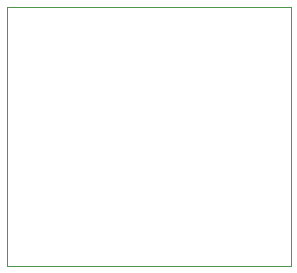
<source format=gko>
%FSAX44Y44*%
%MOMM*%
G71*
G01*
G75*
G04 Layer_Color=16711935*
%ADD10R,0.9000X1.0000*%
%ADD11R,1.5000X0.6000*%
%ADD12R,1.0000X0.9000*%
%ADD13R,1.1000X0.6500*%
%ADD14R,1.0000X1.0000*%
%ADD15R,1.0000X1.0000*%
%ADD16R,0.6000X1.5000*%
%ADD17R,1.5000X1.3000*%
G04:AMPARAMS|DCode=18|XSize=1.32mm|YSize=1.68mm|CornerRadius=0.066mm|HoleSize=0mm|Usage=FLASHONLY|Rotation=90.000|XOffset=0mm|YOffset=0mm|HoleType=Round|Shape=RoundedRectangle|*
%AMROUNDEDRECTD18*
21,1,1.3200,1.5480,0,0,90.0*
21,1,1.1880,1.6800,0,0,90.0*
1,1,0.1320,0.7740,0.5940*
1,1,0.1320,0.7740,-0.5940*
1,1,0.1320,-0.7740,-0.5940*
1,1,0.1320,-0.7740,0.5940*
%
%ADD18ROUNDEDRECTD18*%
%ADD19R,1.8000X1.3000*%
G04:AMPARAMS|DCode=20|XSize=1.6mm|YSize=5.7mm|CornerRadius=0.08mm|HoleSize=0mm|Usage=FLASHONLY|Rotation=0.000|XOffset=0mm|YOffset=0mm|HoleType=Round|Shape=RoundedRectangle|*
%AMROUNDEDRECTD20*
21,1,1.6000,5.5400,0,0,0.0*
21,1,1.4400,5.7000,0,0,0.0*
1,1,0.1600,0.7200,-2.7700*
1,1,0.1600,-0.7200,-2.7700*
1,1,0.1600,-0.7200,2.7700*
1,1,0.1600,0.7200,2.7700*
%
%ADD20ROUNDEDRECTD20*%
%ADD21O,2.0000X0.6000*%
%ADD22R,1.3000X1.5000*%
%ADD23R,0.7000X0.6000*%
%ADD24R,0.7000X0.9000*%
%ADD25C,0.2000*%
%ADD26C,1.0000*%
%ADD27C,0.8000*%
%ADD28C,0.3000*%
%ADD29C,0.6000*%
%ADD30C,1.5000*%
%ADD31R,1.5000X1.5000*%
%ADD32R,1.5000X1.5000*%
%ADD33C,0.6000*%
%ADD34C,0.2500*%
%ADD35C,0.1270*%
%ADD36C,0.1000*%
%ADD37C,0.1524*%
%ADD38R,2.0000X1.5000*%
%ADD39R,1.0000X1.1000*%
%ADD40R,1.6000X0.7000*%
%ADD41R,1.1000X1.0000*%
%ADD42R,1.2000X0.7500*%
%ADD43R,1.1000X1.1000*%
%ADD44R,1.1000X1.1000*%
%ADD45R,0.7000X1.6000*%
%ADD46R,1.6000X1.4000*%
G04:AMPARAMS|DCode=47|XSize=1.42mm|YSize=1.78mm|CornerRadius=0.116mm|HoleSize=0mm|Usage=FLASHONLY|Rotation=90.000|XOffset=0mm|YOffset=0mm|HoleType=Round|Shape=RoundedRectangle|*
%AMROUNDEDRECTD47*
21,1,1.4200,1.5480,0,0,90.0*
21,1,1.1880,1.7800,0,0,90.0*
1,1,0.2320,0.7740,0.5940*
1,1,0.2320,0.7740,-0.5940*
1,1,0.2320,-0.7740,-0.5940*
1,1,0.2320,-0.7740,0.5940*
%
%ADD47ROUNDEDRECTD47*%
%ADD48R,1.9000X1.4000*%
G04:AMPARAMS|DCode=49|XSize=1.7mm|YSize=5.8mm|CornerRadius=0.13mm|HoleSize=0mm|Usage=FLASHONLY|Rotation=0.000|XOffset=0mm|YOffset=0mm|HoleType=Round|Shape=RoundedRectangle|*
%AMROUNDEDRECTD49*
21,1,1.7000,5.5400,0,0,0.0*
21,1,1.4400,5.8000,0,0,0.0*
1,1,0.2600,0.7200,-2.7700*
1,1,0.2600,-0.7200,-2.7700*
1,1,0.2600,-0.7200,2.7700*
1,1,0.2600,0.7200,2.7700*
%
%ADD49ROUNDEDRECTD49*%
%ADD50O,2.1000X0.7000*%
%ADD51R,1.4000X1.6000*%
%ADD52R,0.8000X0.7000*%
%ADD53R,0.8000X1.0000*%
%ADD54C,1.6000*%
%ADD55R,1.6000X1.6000*%
%ADD56R,1.6000X1.6000*%
%ADD57R,1.0000X7.0000*%
%ADD58R,1.0000X4.2000*%
%ADD59C,0.0000*%
D59*
X01411000Y00465000D02*
Y00685000D01*
Y00465000D02*
X01651000D01*
Y00685000D01*
X01411000D02*
X01651000D01*
M02*

</source>
